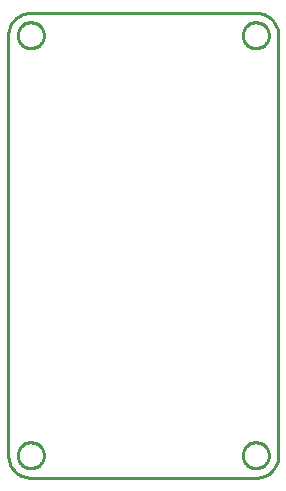
<source format=gbr>
G04 EAGLE Gerber RS-274X export*
G75*
%MOMM*%
%FSLAX34Y34*%
%LPD*%
%IN*%
%IPPOS*%
%AMOC8*
5,1,8,0,0,1.08239X$1,22.5*%
G01*
%ADD10C,0.254000*%


D10*
X0Y19050D02*
X73Y17390D01*
X289Y15742D01*
X649Y14120D01*
X1149Y12535D01*
X1785Y10999D01*
X2552Y9525D01*
X3445Y8123D01*
X4457Y6805D01*
X5580Y5580D01*
X6805Y4457D01*
X8123Y3445D01*
X9525Y2552D01*
X10999Y1785D01*
X12535Y1149D01*
X14120Y649D01*
X15742Y289D01*
X17390Y73D01*
X19050Y0D01*
X209550Y0D01*
X211210Y73D01*
X212858Y289D01*
X214481Y649D01*
X216065Y1149D01*
X217601Y1785D01*
X219075Y2552D01*
X220477Y3445D01*
X221795Y4457D01*
X223020Y5580D01*
X224143Y6805D01*
X225155Y8123D01*
X226048Y9525D01*
X226815Y10999D01*
X227451Y12535D01*
X227951Y14120D01*
X228311Y15742D01*
X228528Y17390D01*
X228600Y19050D01*
X228600Y374650D01*
X228528Y376310D01*
X228311Y377958D01*
X227951Y379581D01*
X227451Y381165D01*
X226815Y382701D01*
X226048Y384175D01*
X225155Y385577D01*
X224143Y386895D01*
X223020Y388120D01*
X221795Y389243D01*
X220477Y390255D01*
X219075Y391148D01*
X217601Y391915D01*
X216065Y392551D01*
X214481Y393051D01*
X212858Y393411D01*
X211210Y393628D01*
X209550Y393700D01*
X19050Y393700D01*
X17390Y393628D01*
X15742Y393411D01*
X14120Y393051D01*
X12535Y392551D01*
X10999Y391915D01*
X9525Y391148D01*
X8123Y390255D01*
X6805Y389243D01*
X5580Y388120D01*
X4457Y386895D01*
X3445Y385577D01*
X2552Y384175D01*
X1785Y382701D01*
X1149Y381165D01*
X649Y379581D01*
X289Y377958D01*
X73Y376310D01*
X0Y374650D01*
X0Y19050D01*
X30050Y18618D02*
X29982Y17756D01*
X29847Y16902D01*
X29645Y16062D01*
X29378Y15240D01*
X29047Y14441D01*
X28655Y13671D01*
X28203Y12934D01*
X27695Y12235D01*
X27134Y11577D01*
X26523Y10966D01*
X25865Y10405D01*
X25166Y9897D01*
X24429Y9445D01*
X23659Y9053D01*
X22860Y8722D01*
X22038Y8455D01*
X21198Y8253D01*
X20344Y8118D01*
X19482Y8050D01*
X18618Y8050D01*
X17756Y8118D01*
X16902Y8253D01*
X16062Y8455D01*
X15240Y8722D01*
X14441Y9053D01*
X13671Y9445D01*
X12934Y9897D01*
X12235Y10405D01*
X11577Y10966D01*
X10966Y11577D01*
X10405Y12235D01*
X9897Y12934D01*
X9445Y13671D01*
X9053Y14441D01*
X8722Y15240D01*
X8455Y16062D01*
X8253Y16902D01*
X8118Y17756D01*
X8050Y18618D01*
X8050Y19482D01*
X8118Y20344D01*
X8253Y21198D01*
X8455Y22038D01*
X8722Y22860D01*
X9053Y23659D01*
X9445Y24429D01*
X9897Y25166D01*
X10405Y25865D01*
X10966Y26523D01*
X11577Y27134D01*
X12235Y27695D01*
X12934Y28203D01*
X13671Y28655D01*
X14441Y29047D01*
X15240Y29378D01*
X16062Y29645D01*
X16902Y29847D01*
X17756Y29982D01*
X18618Y30050D01*
X19482Y30050D01*
X20344Y29982D01*
X21198Y29847D01*
X22038Y29645D01*
X22860Y29378D01*
X23659Y29047D01*
X24429Y28655D01*
X25166Y28203D01*
X25865Y27695D01*
X26523Y27134D01*
X27134Y26523D01*
X27695Y25865D01*
X28203Y25166D01*
X28655Y24429D01*
X29047Y23659D01*
X29378Y22860D01*
X29645Y22038D01*
X29847Y21198D01*
X29982Y20344D01*
X30050Y19482D01*
X30050Y18618D01*
X220550Y18618D02*
X220482Y17756D01*
X220347Y16902D01*
X220145Y16062D01*
X219878Y15240D01*
X219547Y14441D01*
X219155Y13671D01*
X218703Y12934D01*
X218195Y12235D01*
X217634Y11577D01*
X217023Y10966D01*
X216365Y10405D01*
X215666Y9897D01*
X214929Y9445D01*
X214159Y9053D01*
X213360Y8722D01*
X212538Y8455D01*
X211698Y8253D01*
X210844Y8118D01*
X209982Y8050D01*
X209118Y8050D01*
X208256Y8118D01*
X207402Y8253D01*
X206562Y8455D01*
X205740Y8722D01*
X204941Y9053D01*
X204171Y9445D01*
X203434Y9897D01*
X202735Y10405D01*
X202077Y10966D01*
X201466Y11577D01*
X200905Y12235D01*
X200397Y12934D01*
X199945Y13671D01*
X199553Y14441D01*
X199222Y15240D01*
X198955Y16062D01*
X198753Y16902D01*
X198618Y17756D01*
X198550Y18618D01*
X198550Y19482D01*
X198618Y20344D01*
X198753Y21198D01*
X198955Y22038D01*
X199222Y22860D01*
X199553Y23659D01*
X199945Y24429D01*
X200397Y25166D01*
X200905Y25865D01*
X201466Y26523D01*
X202077Y27134D01*
X202735Y27695D01*
X203434Y28203D01*
X204171Y28655D01*
X204941Y29047D01*
X205740Y29378D01*
X206562Y29645D01*
X207402Y29847D01*
X208256Y29982D01*
X209118Y30050D01*
X209982Y30050D01*
X210844Y29982D01*
X211698Y29847D01*
X212538Y29645D01*
X213360Y29378D01*
X214159Y29047D01*
X214929Y28655D01*
X215666Y28203D01*
X216365Y27695D01*
X217023Y27134D01*
X217634Y26523D01*
X218195Y25865D01*
X218703Y25166D01*
X219155Y24429D01*
X219547Y23659D01*
X219878Y22860D01*
X220145Y22038D01*
X220347Y21198D01*
X220482Y20344D01*
X220550Y19482D01*
X220550Y18618D01*
X30050Y374218D02*
X29982Y373356D01*
X29847Y372502D01*
X29645Y371662D01*
X29378Y370840D01*
X29047Y370041D01*
X28655Y369271D01*
X28203Y368534D01*
X27695Y367835D01*
X27134Y367177D01*
X26523Y366566D01*
X25865Y366005D01*
X25166Y365497D01*
X24429Y365045D01*
X23659Y364653D01*
X22860Y364322D01*
X22038Y364055D01*
X21198Y363853D01*
X20344Y363718D01*
X19482Y363650D01*
X18618Y363650D01*
X17756Y363718D01*
X16902Y363853D01*
X16062Y364055D01*
X15240Y364322D01*
X14441Y364653D01*
X13671Y365045D01*
X12934Y365497D01*
X12235Y366005D01*
X11577Y366566D01*
X10966Y367177D01*
X10405Y367835D01*
X9897Y368534D01*
X9445Y369271D01*
X9053Y370041D01*
X8722Y370840D01*
X8455Y371662D01*
X8253Y372502D01*
X8118Y373356D01*
X8050Y374218D01*
X8050Y375082D01*
X8118Y375944D01*
X8253Y376798D01*
X8455Y377638D01*
X8722Y378460D01*
X9053Y379259D01*
X9445Y380029D01*
X9897Y380766D01*
X10405Y381465D01*
X10966Y382123D01*
X11577Y382734D01*
X12235Y383295D01*
X12934Y383803D01*
X13671Y384255D01*
X14441Y384647D01*
X15240Y384978D01*
X16062Y385245D01*
X16902Y385447D01*
X17756Y385582D01*
X18618Y385650D01*
X19482Y385650D01*
X20344Y385582D01*
X21198Y385447D01*
X22038Y385245D01*
X22860Y384978D01*
X23659Y384647D01*
X24429Y384255D01*
X25166Y383803D01*
X25865Y383295D01*
X26523Y382734D01*
X27134Y382123D01*
X27695Y381465D01*
X28203Y380766D01*
X28655Y380029D01*
X29047Y379259D01*
X29378Y378460D01*
X29645Y377638D01*
X29847Y376798D01*
X29982Y375944D01*
X30050Y375082D01*
X30050Y374218D01*
X220550Y374218D02*
X220482Y373356D01*
X220347Y372502D01*
X220145Y371662D01*
X219878Y370840D01*
X219547Y370041D01*
X219155Y369271D01*
X218703Y368534D01*
X218195Y367835D01*
X217634Y367177D01*
X217023Y366566D01*
X216365Y366005D01*
X215666Y365497D01*
X214929Y365045D01*
X214159Y364653D01*
X213360Y364322D01*
X212538Y364055D01*
X211698Y363853D01*
X210844Y363718D01*
X209982Y363650D01*
X209118Y363650D01*
X208256Y363718D01*
X207402Y363853D01*
X206562Y364055D01*
X205740Y364322D01*
X204941Y364653D01*
X204171Y365045D01*
X203434Y365497D01*
X202735Y366005D01*
X202077Y366566D01*
X201466Y367177D01*
X200905Y367835D01*
X200397Y368534D01*
X199945Y369271D01*
X199553Y370041D01*
X199222Y370840D01*
X198955Y371662D01*
X198753Y372502D01*
X198618Y373356D01*
X198550Y374218D01*
X198550Y375082D01*
X198618Y375944D01*
X198753Y376798D01*
X198955Y377638D01*
X199222Y378460D01*
X199553Y379259D01*
X199945Y380029D01*
X200397Y380766D01*
X200905Y381465D01*
X201466Y382123D01*
X202077Y382734D01*
X202735Y383295D01*
X203434Y383803D01*
X204171Y384255D01*
X204941Y384647D01*
X205740Y384978D01*
X206562Y385245D01*
X207402Y385447D01*
X208256Y385582D01*
X209118Y385650D01*
X209982Y385650D01*
X210844Y385582D01*
X211698Y385447D01*
X212538Y385245D01*
X213360Y384978D01*
X214159Y384647D01*
X214929Y384255D01*
X215666Y383803D01*
X216365Y383295D01*
X217023Y382734D01*
X217634Y382123D01*
X218195Y381465D01*
X218703Y380766D01*
X219155Y380029D01*
X219547Y379259D01*
X219878Y378460D01*
X220145Y377638D01*
X220347Y376798D01*
X220482Y375944D01*
X220550Y375082D01*
X220550Y374218D01*
M02*

</source>
